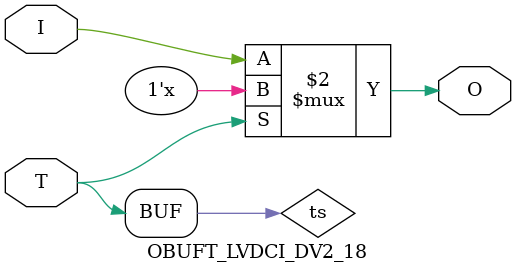
<source format=v>

/*

FUNCTION	: TRI-STATE OUTPUT BUFFER

*/

`celldefine
`timescale  100 ps / 10 ps

module OBUFT_LVDCI_DV2_18 (O, I, T);

    output O;

    input  I, T;

    or O1 (ts, 1'b0, T);
    bufif0 T1 (O, I, ts);

endmodule

</source>
